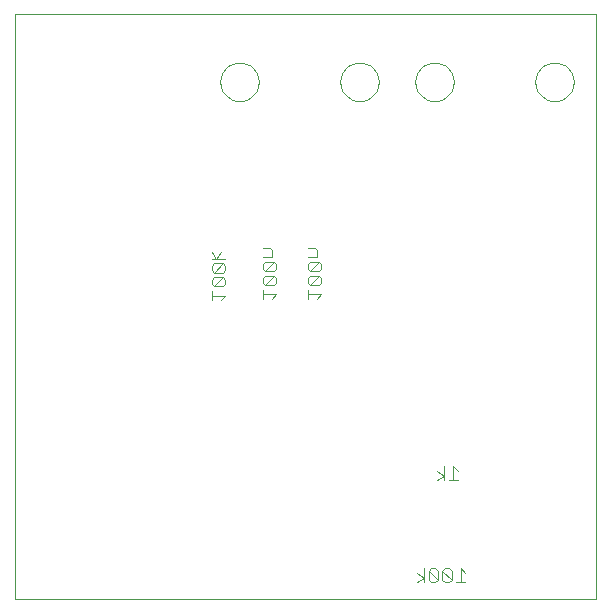
<source format=gbo>
G75*
%MOIN*%
%OFA0B0*%
%FSLAX24Y24*%
%IPPOS*%
%LPD*%
%AMOC8*
5,1,8,0,0,1.08239X$1,22.5*
%
%ADD10C,0.0000*%
%ADD11C,0.0040*%
D10*
X000100Y001257D02*
X000100Y020753D01*
X019470Y020753D01*
X019470Y001257D01*
X000100Y001257D01*
X006960Y018507D02*
X006962Y018557D01*
X006968Y018607D01*
X006978Y018656D01*
X006991Y018705D01*
X007009Y018752D01*
X007030Y018798D01*
X007054Y018841D01*
X007082Y018883D01*
X007113Y018923D01*
X007147Y018960D01*
X007184Y018994D01*
X007224Y019025D01*
X007266Y019053D01*
X007309Y019077D01*
X007355Y019098D01*
X007402Y019116D01*
X007451Y019129D01*
X007500Y019139D01*
X007550Y019145D01*
X007600Y019147D01*
X007650Y019145D01*
X007700Y019139D01*
X007749Y019129D01*
X007798Y019116D01*
X007845Y019098D01*
X007891Y019077D01*
X007934Y019053D01*
X007976Y019025D01*
X008016Y018994D01*
X008053Y018960D01*
X008087Y018923D01*
X008118Y018883D01*
X008146Y018841D01*
X008170Y018798D01*
X008191Y018752D01*
X008209Y018705D01*
X008222Y018656D01*
X008232Y018607D01*
X008238Y018557D01*
X008240Y018507D01*
X008238Y018457D01*
X008232Y018407D01*
X008222Y018358D01*
X008209Y018309D01*
X008191Y018262D01*
X008170Y018216D01*
X008146Y018173D01*
X008118Y018131D01*
X008087Y018091D01*
X008053Y018054D01*
X008016Y018020D01*
X007976Y017989D01*
X007934Y017961D01*
X007891Y017937D01*
X007845Y017916D01*
X007798Y017898D01*
X007749Y017885D01*
X007700Y017875D01*
X007650Y017869D01*
X007600Y017867D01*
X007550Y017869D01*
X007500Y017875D01*
X007451Y017885D01*
X007402Y017898D01*
X007355Y017916D01*
X007309Y017937D01*
X007266Y017961D01*
X007224Y017989D01*
X007184Y018020D01*
X007147Y018054D01*
X007113Y018091D01*
X007082Y018131D01*
X007054Y018173D01*
X007030Y018216D01*
X007009Y018262D01*
X006991Y018309D01*
X006978Y018358D01*
X006968Y018407D01*
X006962Y018457D01*
X006960Y018507D01*
X010960Y018507D02*
X010962Y018557D01*
X010968Y018607D01*
X010978Y018656D01*
X010991Y018705D01*
X011009Y018752D01*
X011030Y018798D01*
X011054Y018841D01*
X011082Y018883D01*
X011113Y018923D01*
X011147Y018960D01*
X011184Y018994D01*
X011224Y019025D01*
X011266Y019053D01*
X011309Y019077D01*
X011355Y019098D01*
X011402Y019116D01*
X011451Y019129D01*
X011500Y019139D01*
X011550Y019145D01*
X011600Y019147D01*
X011650Y019145D01*
X011700Y019139D01*
X011749Y019129D01*
X011798Y019116D01*
X011845Y019098D01*
X011891Y019077D01*
X011934Y019053D01*
X011976Y019025D01*
X012016Y018994D01*
X012053Y018960D01*
X012087Y018923D01*
X012118Y018883D01*
X012146Y018841D01*
X012170Y018798D01*
X012191Y018752D01*
X012209Y018705D01*
X012222Y018656D01*
X012232Y018607D01*
X012238Y018557D01*
X012240Y018507D01*
X012238Y018457D01*
X012232Y018407D01*
X012222Y018358D01*
X012209Y018309D01*
X012191Y018262D01*
X012170Y018216D01*
X012146Y018173D01*
X012118Y018131D01*
X012087Y018091D01*
X012053Y018054D01*
X012016Y018020D01*
X011976Y017989D01*
X011934Y017961D01*
X011891Y017937D01*
X011845Y017916D01*
X011798Y017898D01*
X011749Y017885D01*
X011700Y017875D01*
X011650Y017869D01*
X011600Y017867D01*
X011550Y017869D01*
X011500Y017875D01*
X011451Y017885D01*
X011402Y017898D01*
X011355Y017916D01*
X011309Y017937D01*
X011266Y017961D01*
X011224Y017989D01*
X011184Y018020D01*
X011147Y018054D01*
X011113Y018091D01*
X011082Y018131D01*
X011054Y018173D01*
X011030Y018216D01*
X011009Y018262D01*
X010991Y018309D01*
X010978Y018358D01*
X010968Y018407D01*
X010962Y018457D01*
X010960Y018507D01*
X013460Y018507D02*
X013462Y018557D01*
X013468Y018607D01*
X013478Y018656D01*
X013491Y018705D01*
X013509Y018752D01*
X013530Y018798D01*
X013554Y018841D01*
X013582Y018883D01*
X013613Y018923D01*
X013647Y018960D01*
X013684Y018994D01*
X013724Y019025D01*
X013766Y019053D01*
X013809Y019077D01*
X013855Y019098D01*
X013902Y019116D01*
X013951Y019129D01*
X014000Y019139D01*
X014050Y019145D01*
X014100Y019147D01*
X014150Y019145D01*
X014200Y019139D01*
X014249Y019129D01*
X014298Y019116D01*
X014345Y019098D01*
X014391Y019077D01*
X014434Y019053D01*
X014476Y019025D01*
X014516Y018994D01*
X014553Y018960D01*
X014587Y018923D01*
X014618Y018883D01*
X014646Y018841D01*
X014670Y018798D01*
X014691Y018752D01*
X014709Y018705D01*
X014722Y018656D01*
X014732Y018607D01*
X014738Y018557D01*
X014740Y018507D01*
X014738Y018457D01*
X014732Y018407D01*
X014722Y018358D01*
X014709Y018309D01*
X014691Y018262D01*
X014670Y018216D01*
X014646Y018173D01*
X014618Y018131D01*
X014587Y018091D01*
X014553Y018054D01*
X014516Y018020D01*
X014476Y017989D01*
X014434Y017961D01*
X014391Y017937D01*
X014345Y017916D01*
X014298Y017898D01*
X014249Y017885D01*
X014200Y017875D01*
X014150Y017869D01*
X014100Y017867D01*
X014050Y017869D01*
X014000Y017875D01*
X013951Y017885D01*
X013902Y017898D01*
X013855Y017916D01*
X013809Y017937D01*
X013766Y017961D01*
X013724Y017989D01*
X013684Y018020D01*
X013647Y018054D01*
X013613Y018091D01*
X013582Y018131D01*
X013554Y018173D01*
X013530Y018216D01*
X013509Y018262D01*
X013491Y018309D01*
X013478Y018358D01*
X013468Y018407D01*
X013462Y018457D01*
X013460Y018507D01*
X017460Y018507D02*
X017462Y018557D01*
X017468Y018607D01*
X017478Y018656D01*
X017491Y018705D01*
X017509Y018752D01*
X017530Y018798D01*
X017554Y018841D01*
X017582Y018883D01*
X017613Y018923D01*
X017647Y018960D01*
X017684Y018994D01*
X017724Y019025D01*
X017766Y019053D01*
X017809Y019077D01*
X017855Y019098D01*
X017902Y019116D01*
X017951Y019129D01*
X018000Y019139D01*
X018050Y019145D01*
X018100Y019147D01*
X018150Y019145D01*
X018200Y019139D01*
X018249Y019129D01*
X018298Y019116D01*
X018345Y019098D01*
X018391Y019077D01*
X018434Y019053D01*
X018476Y019025D01*
X018516Y018994D01*
X018553Y018960D01*
X018587Y018923D01*
X018618Y018883D01*
X018646Y018841D01*
X018670Y018798D01*
X018691Y018752D01*
X018709Y018705D01*
X018722Y018656D01*
X018732Y018607D01*
X018738Y018557D01*
X018740Y018507D01*
X018738Y018457D01*
X018732Y018407D01*
X018722Y018358D01*
X018709Y018309D01*
X018691Y018262D01*
X018670Y018216D01*
X018646Y018173D01*
X018618Y018131D01*
X018587Y018091D01*
X018553Y018054D01*
X018516Y018020D01*
X018476Y017989D01*
X018434Y017961D01*
X018391Y017937D01*
X018345Y017916D01*
X018298Y017898D01*
X018249Y017885D01*
X018200Y017875D01*
X018150Y017869D01*
X018100Y017867D01*
X018050Y017869D01*
X018000Y017875D01*
X017951Y017885D01*
X017902Y017898D01*
X017855Y017916D01*
X017809Y017937D01*
X017766Y017961D01*
X017724Y017989D01*
X017684Y018020D01*
X017647Y018054D01*
X017613Y018091D01*
X017582Y018131D01*
X017554Y018173D01*
X017530Y018216D01*
X017509Y018262D01*
X017491Y018309D01*
X017478Y018358D01*
X017468Y018407D01*
X017462Y018457D01*
X017460Y018507D01*
D11*
X010177Y012889D02*
X010177Y012658D01*
X009870Y012658D01*
X009947Y012505D02*
X009870Y012428D01*
X009870Y012275D01*
X009947Y012198D01*
X010254Y012505D01*
X009947Y012505D01*
X009947Y012198D02*
X010254Y012198D01*
X010330Y012275D01*
X010330Y012428D01*
X010254Y012505D01*
X010177Y012889D02*
X010100Y012965D01*
X009870Y012965D01*
X009947Y012045D02*
X009870Y011968D01*
X009870Y011814D01*
X009947Y011738D01*
X010254Y012045D01*
X009947Y012045D01*
X009947Y011738D02*
X010254Y011738D01*
X010330Y011814D01*
X010330Y011968D01*
X010254Y012045D01*
X009870Y011584D02*
X009870Y011277D01*
X009870Y011431D02*
X010330Y011431D01*
X010177Y011277D01*
X008830Y011431D02*
X008370Y011431D01*
X008370Y011584D02*
X008370Y011277D01*
X008677Y011277D02*
X008830Y011431D01*
X008754Y011738D02*
X008447Y011738D01*
X008754Y012045D01*
X008447Y012045D01*
X008370Y011968D01*
X008370Y011814D01*
X008447Y011738D01*
X008754Y011738D02*
X008830Y011814D01*
X008830Y011968D01*
X008754Y012045D01*
X008754Y012198D02*
X008447Y012198D01*
X008754Y012505D01*
X008447Y012505D01*
X008370Y012428D01*
X008370Y012275D01*
X008447Y012198D01*
X008754Y012198D02*
X008830Y012275D01*
X008830Y012428D01*
X008754Y012505D01*
X008677Y012658D02*
X008677Y012889D01*
X008600Y012965D01*
X008370Y012965D01*
X008370Y012658D02*
X008677Y012658D01*
X007130Y012608D02*
X006670Y012608D01*
X006823Y012608D02*
X006977Y012839D01*
X006823Y012608D02*
X006670Y012839D01*
X006747Y012455D02*
X006670Y012378D01*
X006670Y012225D01*
X006747Y012148D01*
X007054Y012455D01*
X006747Y012455D01*
X007054Y012455D02*
X007130Y012378D01*
X007130Y012225D01*
X007054Y012148D01*
X006747Y012148D01*
X006747Y011995D02*
X006670Y011918D01*
X006670Y011764D01*
X006747Y011688D01*
X007054Y011995D01*
X006747Y011995D01*
X007054Y011995D02*
X007130Y011918D01*
X007130Y011764D01*
X007054Y011688D01*
X006747Y011688D01*
X006670Y011534D02*
X006670Y011227D01*
X006670Y011381D02*
X007130Y011381D01*
X006977Y011227D01*
X014183Y005534D02*
X014414Y005381D01*
X014183Y005227D01*
X014414Y005227D02*
X014414Y005688D01*
X014721Y005688D02*
X014721Y005227D01*
X014874Y005227D02*
X014567Y005227D01*
X014874Y005534D02*
X014721Y005688D01*
X014593Y002288D02*
X014439Y002288D01*
X014363Y002211D01*
X014670Y001904D01*
X014593Y001827D01*
X014439Y001827D01*
X014363Y001904D01*
X014363Y002211D01*
X014209Y002211D02*
X014132Y002288D01*
X013979Y002288D01*
X013902Y002211D01*
X014209Y001904D01*
X014132Y001827D01*
X013979Y001827D01*
X013902Y001904D01*
X013902Y002211D01*
X013749Y002288D02*
X013749Y001827D01*
X013749Y001981D02*
X013519Y002134D01*
X013749Y001981D02*
X013519Y001827D01*
X014209Y001904D02*
X014209Y002211D01*
X014593Y002288D02*
X014670Y002211D01*
X014670Y001904D01*
X014823Y001827D02*
X015130Y001827D01*
X014977Y001827D02*
X014977Y002288D01*
X015130Y002134D01*
M02*

</source>
